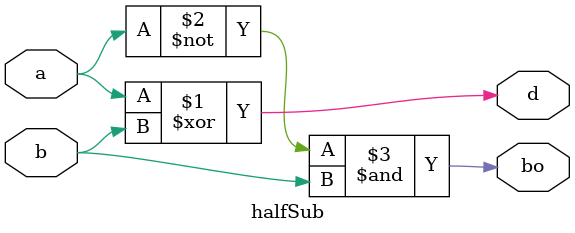
<source format=v>
module fs(a,b,bin,d,bo);
  input a,b,bin;
  output d,bo;
  wire w1,w2,w3;
  halfSub h1(a,b,w1,w2);
  halfSub h2(bin,w1,d,w3);
  or (bo,w2,w3);
endmodule

module halfSub(a,b,d,bo);
  input a,b ;
  output d,bo;
  xor (d,a,b);
  and (bo,~a,b);
endmodule 
</source>
